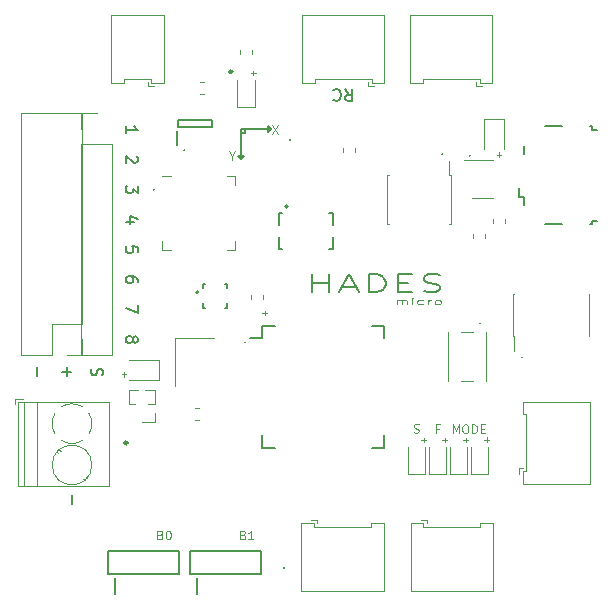
<source format=gbr>
G04 #@! TF.GenerationSoftware,KiCad,Pcbnew,(5.1.5)-3*
G04 #@! TF.CreationDate,2019-12-11T14:27:37+01:00*
G04 #@! TF.ProjectId,HadesMicro,48616465-734d-4696-9372-6f2e6b696361,rev?*
G04 #@! TF.SameCoordinates,Original*
G04 #@! TF.FileFunction,Legend,Top*
G04 #@! TF.FilePolarity,Positive*
%FSLAX46Y46*%
G04 Gerber Fmt 4.6, Leading zero omitted, Abs format (unit mm)*
G04 Created by KiCad (PCBNEW (5.1.5)-3) date 2019-12-11 14:27:37*
%MOMM*%
%LPD*%
G04 APERTURE LIST*
%ADD10C,0.150000*%
%ADD11C,0.050000*%
%ADD12C,0.100000*%
%ADD13C,0.093750*%
%ADD14C,0.200000*%
%ADD15C,0.120000*%
%ADD16C,0.127000*%
%ADD17C,0.254000*%
G04 APERTURE END LIST*
D10*
X63556796Y-49580800D02*
G75*
G03X63556796Y-49580800I-56796J0D01*
G01*
D11*
X41592523Y-45831914D02*
X41973476Y-45831914D01*
X41783000Y-46022390D02*
X41783000Y-45641438D01*
D10*
X43465396Y-67386200D02*
G75*
G03X43465396Y-67386200I-56796J0D01*
G01*
D11*
X60388523Y-56525314D02*
X60769476Y-56525314D01*
X60579000Y-56715790D02*
X60579000Y-56334838D01*
X58610523Y-56550714D02*
X58991476Y-56550714D01*
X58801000Y-56741190D02*
X58801000Y-56360238D01*
X56832523Y-56576114D02*
X57213476Y-56576114D01*
X57023000Y-56766590D02*
X57023000Y-56385638D01*
X55054523Y-56576114D02*
X55435476Y-56576114D01*
X55245000Y-56766590D02*
X55245000Y-56385638D01*
X29679923Y-51013514D02*
X30060876Y-51013514D01*
X29870400Y-51203990D02*
X29870400Y-50823038D01*
X61429923Y-32395314D02*
X61810876Y-32395314D01*
X61620400Y-32585790D02*
X61620400Y-32204838D01*
X40627323Y-25511914D02*
X41008276Y-25511914D01*
X40817800Y-25702390D02*
X40817800Y-25321438D01*
D10*
X59187996Y-32486600D02*
G75*
G03X59187996Y-32486600I-56796J0D01*
G01*
X56825796Y-32385000D02*
G75*
G03X56825796Y-32385000I-56796J0D01*
G01*
X34981796Y-32004000D02*
G75*
G03X34981796Y-32004000I-56796J0D01*
G01*
X32416396Y-35382200D02*
G75*
G03X32416396Y-35382200I-56796J0D01*
G01*
X40112596Y-48310800D02*
G75*
G03X40112596Y-48310800I-56796J0D01*
G01*
X40132000Y-30607000D02*
X40132000Y-30226000D01*
X39751000Y-30607000D02*
X40132000Y-30607000D01*
D12*
X38989000Y-32494142D02*
X38989000Y-32851285D01*
X38739000Y-32101285D02*
X38989000Y-32494142D01*
X39239000Y-32101285D01*
X42922000Y-30636714D02*
X42422000Y-29886714D01*
X42422000Y-30636714D02*
X42922000Y-29886714D01*
D10*
X39497000Y-32512000D02*
X39751000Y-32766000D01*
X40005000Y-32512000D02*
X39497000Y-32512000D01*
X39751000Y-32766000D02*
X40005000Y-32512000D01*
X42037000Y-30480000D02*
X42291000Y-30226000D01*
X42037000Y-29972000D02*
X42037000Y-30480000D01*
X42291000Y-30226000D02*
X42037000Y-29972000D01*
X39751000Y-30226000D02*
X39751000Y-32766000D01*
X39751000Y-30226000D02*
X42291000Y-30226000D01*
D12*
X39930028Y-64589428D02*
X40037171Y-64625142D01*
X40072885Y-64660857D01*
X40108600Y-64732285D01*
X40108600Y-64839428D01*
X40072885Y-64910857D01*
X40037171Y-64946571D01*
X39965742Y-64982285D01*
X39680028Y-64982285D01*
X39680028Y-64232285D01*
X39930028Y-64232285D01*
X40001457Y-64268000D01*
X40037171Y-64303714D01*
X40072885Y-64375142D01*
X40072885Y-64446571D01*
X40037171Y-64518000D01*
X40001457Y-64553714D01*
X39930028Y-64589428D01*
X39680028Y-64589428D01*
X40822885Y-64982285D02*
X40394314Y-64982285D01*
X40608600Y-64982285D02*
X40608600Y-64232285D01*
X40537171Y-64339428D01*
X40465742Y-64410857D01*
X40394314Y-64446571D01*
X32945028Y-64589428D02*
X33052171Y-64625142D01*
X33087885Y-64660857D01*
X33123600Y-64732285D01*
X33123600Y-64839428D01*
X33087885Y-64910857D01*
X33052171Y-64946571D01*
X32980742Y-64982285D01*
X32695028Y-64982285D01*
X32695028Y-64232285D01*
X32945028Y-64232285D01*
X33016457Y-64268000D01*
X33052171Y-64303714D01*
X33087885Y-64375142D01*
X33087885Y-64446571D01*
X33052171Y-64518000D01*
X33016457Y-64553714D01*
X32945028Y-64589428D01*
X32695028Y-64589428D01*
X33587885Y-64232285D02*
X33659314Y-64232285D01*
X33730742Y-64268000D01*
X33766457Y-64303714D01*
X33802171Y-64375142D01*
X33837885Y-64518000D01*
X33837885Y-64696571D01*
X33802171Y-64839428D01*
X33766457Y-64910857D01*
X33730742Y-64946571D01*
X33659314Y-64982285D01*
X33587885Y-64982285D01*
X33516457Y-64946571D01*
X33480742Y-64910857D01*
X33445028Y-64839428D01*
X33409314Y-64696571D01*
X33409314Y-64518000D01*
X33445028Y-64375142D01*
X33480742Y-64303714D01*
X33516457Y-64268000D01*
X33587885Y-64232285D01*
D10*
X25455571Y-61214047D02*
X25455571Y-61975952D01*
D13*
X52943357Y-45057190D02*
X52943357Y-44723857D01*
X52943357Y-44771476D02*
X52990976Y-44747666D01*
X53086214Y-44723857D01*
X53229071Y-44723857D01*
X53324309Y-44747666D01*
X53371928Y-44795285D01*
X53371928Y-45057190D01*
X53371928Y-44795285D02*
X53419547Y-44747666D01*
X53514785Y-44723857D01*
X53657642Y-44723857D01*
X53752880Y-44747666D01*
X53800500Y-44795285D01*
X53800500Y-45057190D01*
X54276690Y-45057190D02*
X54276690Y-44723857D01*
X54276690Y-44557190D02*
X54229071Y-44581000D01*
X54276690Y-44604809D01*
X54324309Y-44581000D01*
X54276690Y-44557190D01*
X54276690Y-44604809D01*
X55181452Y-45033380D02*
X55086214Y-45057190D01*
X54895738Y-45057190D01*
X54800500Y-45033380D01*
X54752880Y-45009571D01*
X54705261Y-44961952D01*
X54705261Y-44819095D01*
X54752880Y-44771476D01*
X54800500Y-44747666D01*
X54895738Y-44723857D01*
X55086214Y-44723857D01*
X55181452Y-44747666D01*
X55610023Y-45057190D02*
X55610023Y-44723857D01*
X55610023Y-44819095D02*
X55657642Y-44771476D01*
X55705261Y-44747666D01*
X55800500Y-44723857D01*
X55895738Y-44723857D01*
X56371928Y-45057190D02*
X56276690Y-45033380D01*
X56229071Y-45009571D01*
X56181452Y-44961952D01*
X56181452Y-44819095D01*
X56229071Y-44771476D01*
X56276690Y-44747666D01*
X56371928Y-44723857D01*
X56514785Y-44723857D01*
X56610023Y-44747666D01*
X56657642Y-44771476D01*
X56705261Y-44819095D01*
X56705261Y-44961952D01*
X56657642Y-45009571D01*
X56610023Y-45033380D01*
X56514785Y-45057190D01*
X56371928Y-45057190D01*
D12*
X57697857Y-55990685D02*
X57697857Y-55240685D01*
X57947857Y-55776400D01*
X58197857Y-55240685D01*
X58197857Y-55990685D01*
X58697857Y-55240685D02*
X58840714Y-55240685D01*
X58912142Y-55276400D01*
X58983571Y-55347828D01*
X59019285Y-55490685D01*
X59019285Y-55740685D01*
X58983571Y-55883542D01*
X58912142Y-55954971D01*
X58840714Y-55990685D01*
X58697857Y-55990685D01*
X58626428Y-55954971D01*
X58555000Y-55883542D01*
X58519285Y-55740685D01*
X58519285Y-55490685D01*
X58555000Y-55347828D01*
X58626428Y-55276400D01*
X58697857Y-55240685D01*
X59340714Y-55990685D02*
X59340714Y-55240685D01*
X59519285Y-55240685D01*
X59626428Y-55276400D01*
X59697857Y-55347828D01*
X59733571Y-55419257D01*
X59769285Y-55562114D01*
X59769285Y-55669257D01*
X59733571Y-55812114D01*
X59697857Y-55883542D01*
X59626428Y-55954971D01*
X59519285Y-55990685D01*
X59340714Y-55990685D01*
X60090714Y-55597828D02*
X60340714Y-55597828D01*
X60447857Y-55990685D02*
X60090714Y-55990685D01*
X60090714Y-55240685D01*
X60447857Y-55240685D01*
X56495142Y-55597828D02*
X56245142Y-55597828D01*
X56245142Y-55990685D02*
X56245142Y-55240685D01*
X56602285Y-55240685D01*
X54395714Y-55929571D02*
X54502857Y-55965285D01*
X54681428Y-55965285D01*
X54752857Y-55929571D01*
X54788571Y-55893857D01*
X54824285Y-55822428D01*
X54824285Y-55751000D01*
X54788571Y-55679571D01*
X54752857Y-55643857D01*
X54681428Y-55608142D01*
X54538571Y-55572428D01*
X54467142Y-55536714D01*
X54431428Y-55501000D01*
X54395714Y-55429571D01*
X54395714Y-55358142D01*
X54431428Y-55286714D01*
X54467142Y-55251000D01*
X54538571Y-55215285D01*
X54717142Y-55215285D01*
X54824285Y-55251000D01*
D14*
X45823857Y-44049071D02*
X45823857Y-42549071D01*
X45823857Y-43263357D02*
X47252428Y-43263357D01*
X47252428Y-44049071D02*
X47252428Y-42549071D01*
X48323857Y-43620500D02*
X49514333Y-43620500D01*
X48085761Y-44049071D02*
X48919095Y-42549071D01*
X49752428Y-44049071D01*
X50585761Y-44049071D02*
X50585761Y-42549071D01*
X51181000Y-42549071D01*
X51538142Y-42620500D01*
X51776238Y-42763357D01*
X51895285Y-42906214D01*
X52014333Y-43191928D01*
X52014333Y-43406214D01*
X51895285Y-43691928D01*
X51776238Y-43834785D01*
X51538142Y-43977642D01*
X51181000Y-44049071D01*
X50585761Y-44049071D01*
X53085761Y-43263357D02*
X53919095Y-43263357D01*
X54276238Y-44049071D02*
X53085761Y-44049071D01*
X53085761Y-42549071D01*
X54276238Y-42549071D01*
X55228619Y-43977642D02*
X55585761Y-44049071D01*
X56181000Y-44049071D01*
X56419095Y-43977642D01*
X56538142Y-43906214D01*
X56657190Y-43763357D01*
X56657190Y-43620500D01*
X56538142Y-43477642D01*
X56419095Y-43406214D01*
X56181000Y-43334785D01*
X55704809Y-43263357D01*
X55466714Y-43191928D01*
X55347666Y-43120500D01*
X55228619Y-42977642D01*
X55228619Y-42834785D01*
X55347666Y-42691928D01*
X55466714Y-42620500D01*
X55704809Y-42549071D01*
X56300047Y-42549071D01*
X56657190Y-42620500D01*
D10*
X48602876Y-26852619D02*
X48936209Y-27328809D01*
X49174304Y-26852619D02*
X49174304Y-27852619D01*
X48793352Y-27852619D01*
X48698114Y-27805000D01*
X48650495Y-27757380D01*
X48602876Y-27662142D01*
X48602876Y-27519285D01*
X48650495Y-27424047D01*
X48698114Y-27376428D01*
X48793352Y-27328809D01*
X49174304Y-27328809D01*
X47602876Y-26947857D02*
X47650495Y-26900238D01*
X47793352Y-26852619D01*
X47888590Y-26852619D01*
X48031447Y-26900238D01*
X48126685Y-26995476D01*
X48174304Y-27090714D01*
X48221923Y-27281190D01*
X48221923Y-27424047D01*
X48174304Y-27614523D01*
X48126685Y-27709761D01*
X48031447Y-27805000D01*
X47888590Y-27852619D01*
X47793352Y-27852619D01*
X47650495Y-27805000D01*
X47602876Y-27757380D01*
X22471071Y-50419047D02*
X22471071Y-51180952D01*
X25011071Y-50419047D02*
X25011071Y-51180952D01*
X24630119Y-50800000D02*
X25392023Y-50800000D01*
X27128838Y-50514285D02*
X27081219Y-50657142D01*
X27081219Y-50895238D01*
X27128838Y-50990476D01*
X27176457Y-51038095D01*
X27271695Y-51085714D01*
X27366933Y-51085714D01*
X27462171Y-51038095D01*
X27509790Y-50990476D01*
X27557409Y-50895238D01*
X27605028Y-50704761D01*
X27652647Y-50609523D01*
X27700266Y-50561904D01*
X27795504Y-50514285D01*
X27890742Y-50514285D01*
X27985980Y-50561904D01*
X28033600Y-50609523D01*
X28081219Y-50704761D01*
X28081219Y-50942857D01*
X28033600Y-51085714D01*
X30599047Y-47974261D02*
X30646666Y-47879023D01*
X30694285Y-47831404D01*
X30789523Y-47783785D01*
X30837142Y-47783785D01*
X30932380Y-47831404D01*
X30980000Y-47879023D01*
X31027619Y-47974261D01*
X31027619Y-48164738D01*
X30980000Y-48259976D01*
X30932380Y-48307595D01*
X30837142Y-48355214D01*
X30789523Y-48355214D01*
X30694285Y-48307595D01*
X30646666Y-48259976D01*
X30599047Y-48164738D01*
X30599047Y-47974261D01*
X30551428Y-47879023D01*
X30503809Y-47831404D01*
X30408571Y-47783785D01*
X30218095Y-47783785D01*
X30122857Y-47831404D01*
X30075238Y-47879023D01*
X30027619Y-47974261D01*
X30027619Y-48164738D01*
X30075238Y-48259976D01*
X30122857Y-48307595D01*
X30218095Y-48355214D01*
X30408571Y-48355214D01*
X30503809Y-48307595D01*
X30551428Y-48259976D01*
X30599047Y-48164738D01*
X31027619Y-45132666D02*
X31027619Y-45799333D01*
X30027619Y-45370761D01*
X31027619Y-43179976D02*
X31027619Y-42989500D01*
X30980000Y-42894261D01*
X30932380Y-42846642D01*
X30789523Y-42751404D01*
X30599047Y-42703785D01*
X30218095Y-42703785D01*
X30122857Y-42751404D01*
X30075238Y-42799023D01*
X30027619Y-42894261D01*
X30027619Y-43084738D01*
X30075238Y-43179976D01*
X30122857Y-43227595D01*
X30218095Y-43275214D01*
X30456190Y-43275214D01*
X30551428Y-43227595D01*
X30599047Y-43179976D01*
X30646666Y-43084738D01*
X30646666Y-42894261D01*
X30599047Y-42799023D01*
X30551428Y-42751404D01*
X30456190Y-42703785D01*
X31027619Y-40687595D02*
X31027619Y-40211404D01*
X30551428Y-40163785D01*
X30599047Y-40211404D01*
X30646666Y-40306642D01*
X30646666Y-40544738D01*
X30599047Y-40639976D01*
X30551428Y-40687595D01*
X30456190Y-40735214D01*
X30218095Y-40735214D01*
X30122857Y-40687595D01*
X30075238Y-40639976D01*
X30027619Y-40544738D01*
X30027619Y-40306642D01*
X30075238Y-40211404D01*
X30122857Y-40163785D01*
X30932380Y-32543785D02*
X30980000Y-32591404D01*
X31027619Y-32686642D01*
X31027619Y-32924738D01*
X30980000Y-33019976D01*
X30932380Y-33067595D01*
X30837142Y-33115214D01*
X30741904Y-33115214D01*
X30599047Y-33067595D01*
X30027619Y-32496166D01*
X30027619Y-33115214D01*
X30694285Y-38099976D02*
X30027619Y-38099976D01*
X31075238Y-37861880D02*
X30360952Y-37623785D01*
X30360952Y-38242833D01*
X31027619Y-35036166D02*
X31027619Y-35655214D01*
X30646666Y-35321880D01*
X30646666Y-35464738D01*
X30599047Y-35559976D01*
X30551428Y-35607595D01*
X30456190Y-35655214D01*
X30218095Y-35655214D01*
X30122857Y-35607595D01*
X30075238Y-35559976D01*
X30027619Y-35464738D01*
X30027619Y-35179023D01*
X30075238Y-35083785D01*
X30122857Y-35036166D01*
X30027619Y-30575214D02*
X30027619Y-30003785D01*
X30027619Y-30289500D02*
X31027619Y-30289500D01*
X30884761Y-30194261D01*
X30789523Y-30099023D01*
X30741904Y-30003785D01*
D15*
X62805000Y-47739000D02*
X62805000Y-44209000D01*
X69275000Y-47739000D02*
X69275000Y-44209000D01*
X62870000Y-49064000D02*
X62870000Y-47739000D01*
X62805000Y-47739000D02*
X62870000Y-47739000D01*
X62805000Y-44209000D02*
X62870000Y-44209000D01*
X69210000Y-47739000D02*
X69275000Y-47739000D01*
X69210000Y-44209000D02*
X69275000Y-44209000D01*
X28763000Y-20586000D02*
X30998000Y-20586000D01*
X28763000Y-26306000D02*
X28763000Y-20586000D01*
X29833000Y-26306000D02*
X28763000Y-26306000D01*
X29833000Y-26006000D02*
X29833000Y-26306000D01*
X30998000Y-26006000D02*
X29833000Y-26006000D01*
X33233000Y-20586000D02*
X30998000Y-20586000D01*
X33233000Y-26306000D02*
X33233000Y-20586000D01*
X32163000Y-26306000D02*
X33233000Y-26306000D01*
X32163000Y-26006000D02*
X32163000Y-26306000D01*
X30998000Y-26006000D02*
X32163000Y-26006000D01*
X31873000Y-26596000D02*
X32373000Y-26596000D01*
X31873000Y-26296000D02*
X31873000Y-26596000D01*
X44932000Y-20586000D02*
X48417000Y-20586000D01*
X44932000Y-26306000D02*
X44932000Y-20586000D01*
X46002000Y-26306000D02*
X44932000Y-26306000D01*
X46002000Y-26006000D02*
X46002000Y-26306000D01*
X48417000Y-26006000D02*
X46002000Y-26006000D01*
X51902000Y-20586000D02*
X48417000Y-20586000D01*
X51902000Y-26306000D02*
X51902000Y-20586000D01*
X50832000Y-26306000D02*
X51902000Y-26306000D01*
X50832000Y-26006000D02*
X50832000Y-26306000D01*
X48417000Y-26006000D02*
X50832000Y-26006000D01*
X50542000Y-26596000D02*
X51042000Y-26596000D01*
X50542000Y-26296000D02*
X50542000Y-26596000D01*
X69330000Y-53314000D02*
X69330000Y-56799000D01*
X63610000Y-53314000D02*
X69330000Y-53314000D01*
X63610000Y-54384000D02*
X63610000Y-53314000D01*
X63910000Y-54384000D02*
X63610000Y-54384000D01*
X63910000Y-56799000D02*
X63910000Y-54384000D01*
X69330000Y-60284000D02*
X69330000Y-56799000D01*
X63610000Y-60284000D02*
X69330000Y-60284000D01*
X63610000Y-59214000D02*
X63610000Y-60284000D01*
X63910000Y-59214000D02*
X63610000Y-59214000D01*
X63910000Y-56799000D02*
X63910000Y-59214000D01*
X63320000Y-58924000D02*
X63320000Y-59424000D01*
X63620000Y-58924000D02*
X63320000Y-58924000D01*
D10*
X63767000Y-32363000D02*
X63767000Y-31638000D01*
X63767000Y-35963000D02*
X63767000Y-36688000D01*
X63342000Y-35963000D02*
X63767000Y-35963000D01*
X63342000Y-35238000D02*
X63342000Y-35963000D01*
X66917000Y-30013000D02*
X65517000Y-30013000D01*
X69467000Y-30013000D02*
X69317000Y-30013000D01*
X69467000Y-30313000D02*
X69467000Y-30013000D01*
X69917000Y-30313000D02*
X69467000Y-30313000D01*
X69467000Y-38013000D02*
X69917000Y-38013000D01*
X69467000Y-38313000D02*
X69467000Y-38013000D01*
X69317000Y-38313000D02*
X69467000Y-38313000D01*
X65517000Y-38313000D02*
X66917000Y-38313000D01*
D16*
X36703800Y-45386400D02*
X36523800Y-45386400D01*
X36523800Y-45386400D02*
X36523800Y-44986400D01*
X36523800Y-43726400D02*
X36523800Y-43326400D01*
X36523800Y-43326400D02*
X36703800Y-43326400D01*
X38403800Y-43326400D02*
X38583800Y-43326400D01*
X38583800Y-43326400D02*
X38583800Y-43726400D01*
X38403800Y-45386400D02*
X38583800Y-45386400D01*
X38583800Y-45386400D02*
X38583800Y-44986400D01*
D14*
X36153800Y-44056400D02*
G75*
G03X36153800Y-44056400I-100000J0D01*
G01*
X29096000Y-69629000D02*
X29096000Y-68229000D01*
X34496000Y-67879000D02*
X28496000Y-67879000D01*
X34496000Y-65979000D02*
X34496000Y-67879000D01*
X28496000Y-65979000D02*
X34496000Y-65979000D01*
X28496000Y-67879000D02*
X28496000Y-65979000D01*
X35481000Y-67879000D02*
X35481000Y-65979000D01*
X35481000Y-65979000D02*
X41481000Y-65979000D01*
X41481000Y-65979000D02*
X41481000Y-67879000D01*
X41481000Y-67879000D02*
X35481000Y-67879000D01*
X36081000Y-69629000D02*
X36081000Y-68229000D01*
D15*
X36311521Y-26261600D02*
X36637079Y-26261600D01*
X36311521Y-27281600D02*
X36637079Y-27281600D01*
X39672800Y-23911879D02*
X39672800Y-23586321D01*
X40692800Y-23911879D02*
X40692800Y-23586321D01*
X41658000Y-44612779D02*
X41658000Y-44287221D01*
X40638000Y-44612779D02*
X40638000Y-44287221D01*
X48385000Y-31841221D02*
X48385000Y-32166779D01*
X49405000Y-31841221D02*
X49405000Y-32166779D01*
X55345000Y-59422500D02*
X55345000Y-57137500D01*
X53875000Y-59422500D02*
X55345000Y-59422500D01*
X53875000Y-57137500D02*
X53875000Y-59422500D01*
X55653000Y-57137500D02*
X55653000Y-59422500D01*
X55653000Y-59422500D02*
X57123000Y-59422500D01*
X57123000Y-59422500D02*
X57123000Y-57137500D01*
X58901000Y-59422500D02*
X58901000Y-57137500D01*
X57431000Y-59422500D02*
X58901000Y-59422500D01*
X57431000Y-57137500D02*
X57431000Y-59422500D01*
X59209000Y-57137500D02*
X59209000Y-59422500D01*
X59209000Y-59422500D02*
X60679000Y-59422500D01*
X60679000Y-59422500D02*
X60679000Y-57137500D01*
X62064000Y-29361000D02*
X60364000Y-29361000D01*
X60364000Y-29361000D02*
X60364000Y-31911000D01*
X62064000Y-29361000D02*
X62064000Y-31911000D01*
X32869000Y-51459500D02*
X30319000Y-51459500D01*
X32869000Y-49759500D02*
X30319000Y-49759500D01*
X32869000Y-51459500D02*
X32869000Y-49759500D01*
D14*
X34440200Y-30093800D02*
X34440200Y-29443800D01*
X34440200Y-29443800D02*
X37340200Y-29443800D01*
X37340200Y-29443800D02*
X37340200Y-30093800D01*
X37340200Y-30093800D02*
X34440200Y-30093800D01*
X34390200Y-31593800D02*
X34390200Y-30443800D01*
D15*
X61085000Y-38161279D02*
X61085000Y-37835721D01*
X62105000Y-38161279D02*
X62105000Y-37835721D01*
X36230779Y-53846000D02*
X35905221Y-53846000D01*
X36230779Y-54866000D02*
X35905221Y-54866000D01*
X60454000Y-39105721D02*
X60454000Y-39431279D01*
X59434000Y-39105721D02*
X59434000Y-39431279D01*
D17*
X30167000Y-56806000D02*
G75*
G03X30167000Y-56806000I-125000J0D01*
G01*
D15*
X55503000Y-63620000D02*
X55503000Y-63320000D01*
X55503000Y-63320000D02*
X55003000Y-63320000D01*
X57628000Y-63910000D02*
X55213000Y-63910000D01*
X55213000Y-63910000D02*
X55213000Y-63610000D01*
X55213000Y-63610000D02*
X54143000Y-63610000D01*
X54143000Y-63610000D02*
X54143000Y-69330000D01*
X54143000Y-69330000D02*
X57628000Y-69330000D01*
X57628000Y-63910000D02*
X60043000Y-63910000D01*
X60043000Y-63910000D02*
X60043000Y-63610000D01*
X60043000Y-63610000D02*
X61113000Y-63610000D01*
X61113000Y-63610000D02*
X61113000Y-69330000D01*
X61113000Y-69330000D02*
X57628000Y-69330000D01*
X37464000Y-47954000D02*
X34164000Y-47954000D01*
X34164000Y-47954000D02*
X34164000Y-51954000D01*
D11*
X43430000Y-67352000D02*
X43430000Y-67352000D01*
X43380000Y-67352000D02*
X43380000Y-67352000D01*
X43380000Y-67352000D02*
G75*
G02X43430000Y-67352000I25000J0D01*
G01*
X43430000Y-67352000D02*
G75*
G02X43380000Y-67352000I-25000J0D01*
G01*
D16*
X47534000Y-38404000D02*
X47534000Y-37374000D01*
X47534000Y-37374000D02*
X47254000Y-37374000D01*
X47534000Y-39404000D02*
X47534000Y-40434000D01*
X47534000Y-40434000D02*
X47254000Y-40434000D01*
X43254000Y-40434000D02*
X42974000Y-40434000D01*
X42974000Y-40434000D02*
X42974000Y-39404000D01*
X42974000Y-38404000D02*
X42974000Y-37374000D01*
X42974000Y-37374000D02*
X43254000Y-37374000D01*
D14*
X43725000Y-36804000D02*
G75*
G03X43725000Y-36804000I-100000J0D01*
G01*
D15*
X32479000Y-52327500D02*
X31676530Y-52327500D01*
X31061470Y-52327500D02*
X30259000Y-52327500D01*
X32479000Y-53532500D02*
X32479000Y-52327500D01*
X30259000Y-53532500D02*
X30259000Y-52327500D01*
X32479000Y-53532500D02*
X31932471Y-53532500D01*
X30805529Y-53532500D02*
X30259000Y-53532500D01*
X32479000Y-54292500D02*
X32479000Y-55052500D01*
X32479000Y-55052500D02*
X31369000Y-55052500D01*
D12*
X43954000Y-31154000D02*
X43954000Y-31154000D01*
X43854000Y-31154000D02*
X43854000Y-31154000D01*
X43854000Y-31154000D02*
G75*
G02X43954000Y-31154000I50000J0D01*
G01*
X43954000Y-31154000D02*
G75*
G02X43854000Y-31154000I-50000J0D01*
G01*
D10*
X41561000Y-46895000D02*
X41561000Y-47895000D01*
X51911000Y-46895000D02*
X51911000Y-47970000D01*
X51911000Y-57245000D02*
X51911000Y-56170000D01*
X41561000Y-57245000D02*
X41561000Y-56170000D01*
X41561000Y-46895000D02*
X42636000Y-46895000D01*
X41561000Y-57245000D02*
X42636000Y-57245000D01*
X51911000Y-57245000D02*
X50836000Y-57245000D01*
X51911000Y-46895000D02*
X50836000Y-46895000D01*
X41561000Y-47895000D02*
X40536000Y-47895000D01*
D15*
X38555000Y-34228000D02*
X39305000Y-34228000D01*
X39305000Y-34228000D02*
X39305000Y-34978000D01*
X33835000Y-40448000D02*
X33085000Y-40448000D01*
X33085000Y-40448000D02*
X33085000Y-39698000D01*
X38555000Y-40448000D02*
X39305000Y-40448000D01*
X39305000Y-40448000D02*
X39305000Y-39698000D01*
X33835000Y-34228000D02*
X33085000Y-34228000D01*
X26330000Y-28890000D02*
X21130000Y-28890000D01*
X26330000Y-46730000D02*
X26330000Y-28890000D01*
X21130000Y-49330000D02*
X21130000Y-28890000D01*
X26330000Y-46730000D02*
X23730000Y-46730000D01*
X23730000Y-46730000D02*
X23730000Y-49330000D01*
X23730000Y-49330000D02*
X21130000Y-49330000D01*
X26330000Y-48000000D02*
X26330000Y-49330000D01*
X26330000Y-49330000D02*
X25000000Y-49330000D01*
X26211220Y-49361400D02*
X28871220Y-49361400D01*
X26211220Y-31521400D02*
X26211220Y-49361400D01*
X28871220Y-31521400D02*
X28871220Y-49361400D01*
X26211220Y-31521400D02*
X28871220Y-31521400D01*
X26211220Y-30251400D02*
X26211220Y-28921400D01*
X26211220Y-28921400D02*
X27541220Y-28921400D01*
X39447800Y-26073100D02*
X39447800Y-28358100D01*
X39447800Y-28358100D02*
X40917800Y-28358100D01*
X40917800Y-28358100D02*
X40917800Y-26073100D01*
D17*
X39032800Y-25373600D02*
G75*
G03X39032800Y-25373600I-125000J0D01*
G01*
D12*
X60540700Y-47389900D02*
X60540700Y-51589900D01*
X57340700Y-47389900D02*
X57340700Y-51589900D01*
X59440700Y-47389900D02*
X58440700Y-47389900D01*
X59440700Y-51589900D02*
X58440700Y-51589900D01*
X60040700Y-46689900D02*
X60040700Y-46689900D01*
X59940700Y-46689900D02*
X59940700Y-46689900D01*
X59940700Y-46689900D02*
G75*
G03X60040700Y-46689900I50000J0D01*
G01*
X60040700Y-46689900D02*
G75*
G03X59940700Y-46689900I-50000J0D01*
G01*
D15*
X46232000Y-63620000D02*
X46232000Y-63320000D01*
X46232000Y-63320000D02*
X45732000Y-63320000D01*
X48357000Y-63910000D02*
X45942000Y-63910000D01*
X45942000Y-63910000D02*
X45942000Y-63610000D01*
X45942000Y-63610000D02*
X44872000Y-63610000D01*
X44872000Y-63610000D02*
X44872000Y-69330000D01*
X44872000Y-69330000D02*
X48357000Y-69330000D01*
X48357000Y-63910000D02*
X50772000Y-63910000D01*
X50772000Y-63910000D02*
X50772000Y-63610000D01*
X50772000Y-63610000D02*
X51842000Y-63610000D01*
X51842000Y-63610000D02*
X51842000Y-69330000D01*
X51842000Y-69330000D02*
X48357000Y-69330000D01*
X54076000Y-20586000D02*
X57561000Y-20586000D01*
X54076000Y-26306000D02*
X54076000Y-20586000D01*
X55146000Y-26306000D02*
X54076000Y-26306000D01*
X55146000Y-26006000D02*
X55146000Y-26306000D01*
X57561000Y-26006000D02*
X55146000Y-26006000D01*
X61046000Y-20586000D02*
X57561000Y-20586000D01*
X61046000Y-26306000D02*
X61046000Y-20586000D01*
X59976000Y-26306000D02*
X61046000Y-26306000D01*
X59976000Y-26006000D02*
X59976000Y-26306000D01*
X57561000Y-26006000D02*
X59976000Y-26006000D01*
X59686000Y-26596000D02*
X60186000Y-26596000D01*
X59686000Y-26296000D02*
X59686000Y-26596000D01*
X59341000Y-36103200D02*
X61141000Y-36103200D01*
X61141000Y-32883200D02*
X58691000Y-32883200D01*
X57594000Y-38295000D02*
X57594000Y-34095000D01*
X52134000Y-38295000D02*
X52134000Y-34095000D01*
X52304000Y-38295000D02*
X52134000Y-38295000D01*
X52294000Y-34095000D02*
X52124000Y-34095000D01*
X57594000Y-38295000D02*
X57424000Y-38295000D01*
X57594000Y-34095000D02*
X57424000Y-34095000D01*
X57424000Y-34095000D02*
X57424000Y-32905000D01*
X20663500Y-53131500D02*
X20663500Y-53531500D01*
X21303500Y-53131500D02*
X20663500Y-53131500D01*
X24522500Y-57536500D02*
X24394500Y-57407500D01*
X26738500Y-59751500D02*
X26644500Y-59657500D01*
X24282500Y-57706500D02*
X24189500Y-57612500D01*
X26532500Y-59956500D02*
X26404500Y-59827500D01*
X28623500Y-60491500D02*
X20903500Y-60491500D01*
X28623500Y-53371500D02*
X20903500Y-53371500D01*
X20903500Y-53371500D02*
X20903500Y-60491500D01*
X28623500Y-53371500D02*
X28623500Y-60491500D01*
X22463500Y-53371500D02*
X22463500Y-60491500D01*
X21363500Y-53371500D02*
X21363500Y-60491500D01*
X27143500Y-58681500D02*
G75*
G03X27143500Y-58681500I-1680000J0D01*
G01*
X23783401Y-55210174D02*
G75*
G02X24023500Y-54315500I1680099J28674D01*
G01*
X24573606Y-53756142D02*
G75*
G02X26329500Y-53741500I889894J-1425358D01*
G01*
X26888858Y-54291606D02*
G75*
G02X26903500Y-56047500I-1425358J-889894D01*
G01*
X26353693Y-56607005D02*
G75*
G02X24572500Y-56606500I-890193J1425505D01*
G01*
X24038779Y-56071764D02*
G75*
G02X23783500Y-55181500I1424721J890264D01*
G01*
M02*

</source>
